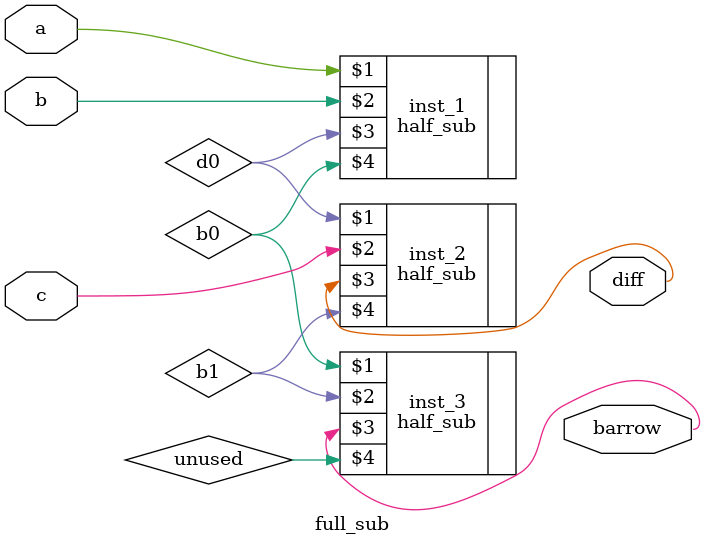
<source format=v>
module full_sub (
     input a, b, c,
	 output diff, barrow
	 );
	 half_sub inst_1 (a, b, d0, b0);
	 half_sub inst_2 (d0, c, diff, b1);
	 half_sub inst_3 (b0, b1, barrow, unused);
	 
	endmodule
</source>
